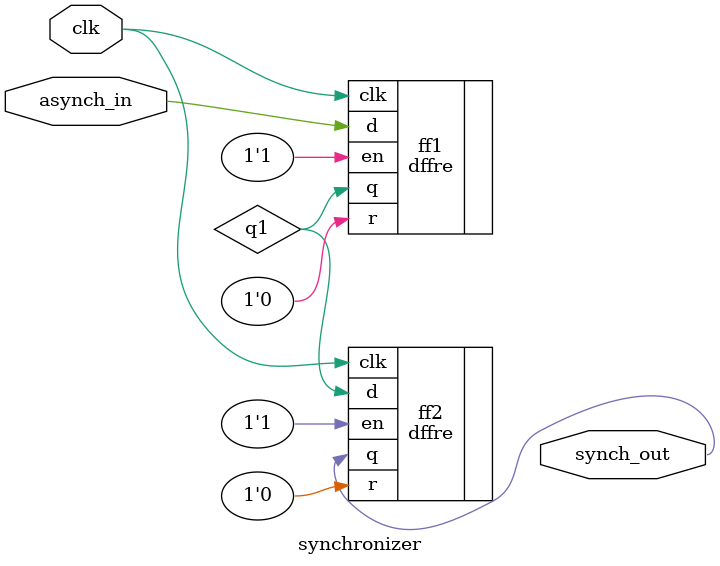
<source format=v>
module synchronizer(clk,asynch_in,synch_out);
	input clk,asynch_in;
	output synch_out;
	wire q1;

/** Í¬²½Æ÷ 2¼¶Ëø´æ **/

	dffre #(.n(1)) ff1(
		  .d(asynch_in),
		  .en(1'b1),
		  .r(1'b0),
		  .clk(clk),
		  .q(q1));

	dffre #(.n(1)) ff2(
		  .d(q1),
		  .en(1'b1),
		  .r(1'b0),
		  .clk(clk),
		  .q(synch_out));
endmodule
</source>
